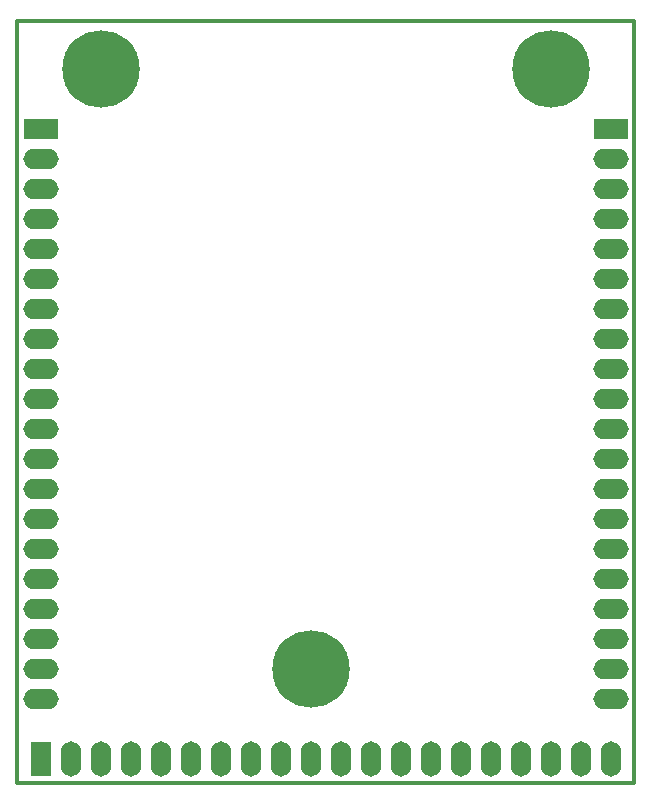
<source format=gbs>
G04*
G04 #@! TF.GenerationSoftware,Altium Limited,Altium Designer,19.0.12 (326)*
G04*
G04 Layer_Color=16711935*
%FSLAX25Y25*%
%MOIN*%
G70*
G01*
G75*
%ADD12C,0.01181*%
%ADD29C,0.25800*%
%ADD30R,0.11800X0.06800*%
%ADD31O,0.11800X0.06800*%
%ADD32R,0.06800X0.11800*%
%ADD33O,0.06800X0.11800*%
D12*
X0Y0D02*
Y254000D01*
X205500D01*
Y0D02*
Y254000D01*
X0Y0D02*
X205500D01*
D29*
X98000Y38000D02*
D03*
X28000Y238000D02*
D03*
X178000D02*
D03*
D30*
X8000Y218000D02*
D03*
X198000D02*
D03*
D31*
X8000Y208000D02*
D03*
Y198000D02*
D03*
Y188000D02*
D03*
Y178000D02*
D03*
Y168000D02*
D03*
Y158000D02*
D03*
Y148000D02*
D03*
Y138000D02*
D03*
Y128000D02*
D03*
Y118000D02*
D03*
Y108000D02*
D03*
Y98000D02*
D03*
Y88000D02*
D03*
Y78000D02*
D03*
Y68000D02*
D03*
Y58000D02*
D03*
Y48000D02*
D03*
Y38000D02*
D03*
Y28000D02*
D03*
X198000Y208000D02*
D03*
Y198000D02*
D03*
Y188000D02*
D03*
Y178000D02*
D03*
Y168000D02*
D03*
Y158000D02*
D03*
Y148000D02*
D03*
Y138000D02*
D03*
Y128000D02*
D03*
Y118000D02*
D03*
Y108000D02*
D03*
Y98000D02*
D03*
Y88000D02*
D03*
Y78000D02*
D03*
Y68000D02*
D03*
Y58000D02*
D03*
Y48000D02*
D03*
Y38000D02*
D03*
Y28000D02*
D03*
D32*
X8000Y8000D02*
D03*
D33*
X18000D02*
D03*
X28000D02*
D03*
X38000D02*
D03*
X48000D02*
D03*
X58000D02*
D03*
X68000D02*
D03*
X78000D02*
D03*
X88000D02*
D03*
X98000D02*
D03*
X108000D02*
D03*
X118000D02*
D03*
X128000D02*
D03*
X138000D02*
D03*
X148000D02*
D03*
X158000D02*
D03*
X168000D02*
D03*
X178000D02*
D03*
X188000D02*
D03*
X198000D02*
D03*
M02*

</source>
